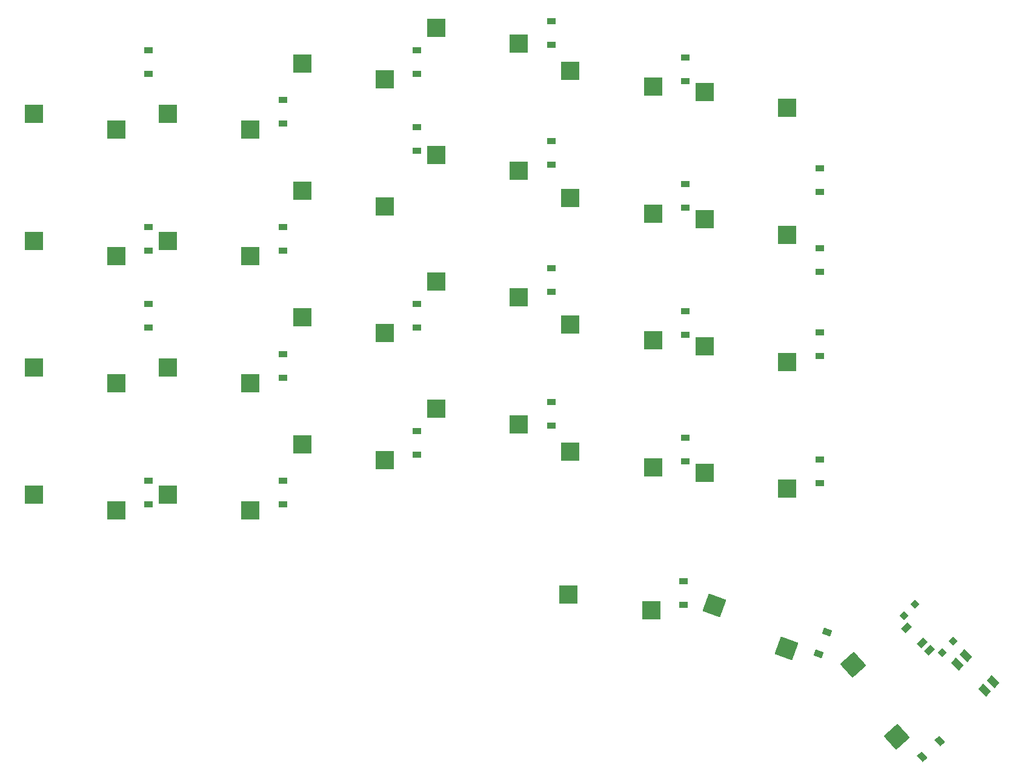
<source format=gbr>
%TF.GenerationSoftware,KiCad,Pcbnew,8.0.7*%
%TF.CreationDate,2024-12-27T12:49:26-06:00*%
%TF.ProjectId,left,6c656674-2e6b-4696-9361-645f70636258,v1.0.0*%
%TF.SameCoordinates,Original*%
%TF.FileFunction,Paste,Bot*%
%TF.FilePolarity,Positive*%
%FSLAX46Y46*%
G04 Gerber Fmt 4.6, Leading zero omitted, Abs format (unit mm)*
G04 Created by KiCad (PCBNEW 8.0.7) date 2024-12-27 12:49:26*
%MOMM*%
%LPD*%
G01*
G04 APERTURE LIST*
G04 Aperture macros list*
%AMRotRect*
0 Rectangle, with rotation*
0 The origin of the aperture is its center*
0 $1 length*
0 $2 width*
0 $3 Rotation angle, in degrees counterclockwise*
0 Add horizontal line*
21,1,$1,$2,0,0,$3*%
G04 Aperture macros list end*
%ADD10RotRect,0.900000X0.900000X316.000000*%
%ADD11RotRect,0.900000X1.250000X316.000000*%
%ADD12R,1.200000X0.900000*%
%ADD13R,2.600000X2.600000*%
%ADD14RotRect,0.900000X1.200000X42.000000*%
%ADD15RotRect,1.550000X1.000000X316.000000*%
%ADD16RotRect,2.600000X2.600000X160.000000*%
%ADD17RotRect,2.600000X2.600000X132.000000*%
%ADD18RotRect,0.900000X1.200000X70.000000*%
G04 APERTURE END LIST*
D10*
%TO.C,T1*%
X214859089Y-169124410D03*
X213330841Y-170706958D03*
X220182203Y-174264882D03*
X218653955Y-175847430D03*
D11*
X213696591Y-172415569D03*
X215854611Y-174499544D03*
X216933620Y-175541531D03*
%TD*%
D12*
%TO.C,D13*%
X182800000Y-131400000D03*
X182800000Y-128100000D03*
%TD*%
D13*
%TO.C,S19*%
X178275000Y-114450000D03*
X166725000Y-112250000D03*
%TD*%
D12*
%TO.C,D14*%
X182800000Y-113650000D03*
X182800000Y-110350000D03*
%TD*%
D13*
%TO.C,S13*%
X159525000Y-143950000D03*
X147975000Y-141750000D03*
%TD*%
D12*
%TO.C,D25*%
X145300000Y-105650000D03*
X145300000Y-102350000D03*
%TD*%
D13*
%TO.C,S18*%
X178275000Y-132200000D03*
X166725000Y-130000000D03*
%TD*%
%TO.C,S1*%
X103275000Y-155950000D03*
X91725000Y-153750000D03*
%TD*%
%TO.C,S9*%
X140775000Y-148950000D03*
X129225000Y-146750000D03*
%TD*%
D12*
%TO.C,D27*%
X164050000Y-90900000D03*
X164050000Y-87600000D03*
%TD*%
D13*
%TO.C,S10*%
X140775000Y-131200000D03*
X129225000Y-129000000D03*
%TD*%
%TO.C,S14*%
X159525000Y-126200000D03*
X147975000Y-124000000D03*
%TD*%
D12*
%TO.C,D1*%
X107800000Y-155150000D03*
X107800000Y-151850000D03*
%TD*%
D13*
%TO.C,S12*%
X140775000Y-95700000D03*
X129225000Y-93500000D03*
%TD*%
%TO.C,S20*%
X178275000Y-96700000D03*
X166725000Y-94500000D03*
%TD*%
%TO.C,S8*%
X122025000Y-102700000D03*
X110475000Y-100500000D03*
%TD*%
%TO.C,S24*%
X197025000Y-99700000D03*
X185475000Y-97500000D03*
%TD*%
D12*
%TO.C,D12*%
X182800000Y-149150000D03*
X182800000Y-145850000D03*
%TD*%
D13*
%TO.C,S23*%
X197025000Y-117450000D03*
X185475000Y-115250000D03*
%TD*%
D12*
%TO.C,D11*%
X164050000Y-107650000D03*
X164050000Y-104350000D03*
%TD*%
%TO.C,D15*%
X182800000Y-95900000D03*
X182800000Y-92600000D03*
%TD*%
D14*
%TO.C,D20*%
X215920612Y-190462676D03*
X218372990Y-188254544D03*
%TD*%
D12*
%TO.C,D22*%
X201550000Y-122650000D03*
X201550000Y-119350000D03*
%TD*%
D13*
%TO.C,S21*%
X197025000Y-152950000D03*
X185475000Y-150750000D03*
%TD*%
D12*
%TO.C,D18*%
X182550000Y-169150000D03*
X182550000Y-165850000D03*
%TD*%
D13*
%TO.C,S5*%
X122025000Y-155950000D03*
X110475000Y-153750000D03*
%TD*%
%TO.C,S15*%
X159525000Y-108450000D03*
X147975000Y-106250000D03*
%TD*%
%TO.C,S22*%
X197025000Y-135200000D03*
X185475000Y-133000000D03*
%TD*%
%TO.C,S7*%
X122025000Y-120450000D03*
X110475000Y-118250000D03*
%TD*%
%TO.C,S6*%
X122025000Y-138200000D03*
X110475000Y-136000000D03*
%TD*%
D12*
%TO.C,D24*%
X107800000Y-94900000D03*
X107800000Y-91600000D03*
%TD*%
%TO.C,D9*%
X145300000Y-94900000D03*
X145300000Y-91600000D03*
%TD*%
D15*
%TO.C,B1*%
X222001092Y-176270915D03*
X225777626Y-179917871D03*
X220820172Y-177493793D03*
X224596706Y-181140749D03*
%TD*%
D12*
%TO.C,D4*%
X126550000Y-137400000D03*
X126550000Y-134100000D03*
%TD*%
D13*
%TO.C,S2*%
X103275000Y-138200000D03*
X91725000Y-136000000D03*
%TD*%
D12*
%TO.C,D3*%
X126550000Y-155150000D03*
X126550000Y-151850000D03*
%TD*%
D13*
%TO.C,S25*%
X178025000Y-169950000D03*
X166475000Y-167750000D03*
%TD*%
D12*
%TO.C,D16*%
X201550000Y-152150000D03*
X201550000Y-148850000D03*
%TD*%
%TO.C,D17*%
X201550000Y-134400000D03*
X201550000Y-131100000D03*
%TD*%
D16*
%TO.C,S26*%
X196912043Y-175272790D03*
X186811038Y-169255134D03*
%TD*%
D13*
%TO.C,S3*%
X103275000Y-120450000D03*
X91725000Y-118250000D03*
%TD*%
D12*
%TO.C,D26*%
X164050000Y-144150000D03*
X164050000Y-140850000D03*
%TD*%
%TO.C,D23*%
X107800000Y-130400000D03*
X107800000Y-127100000D03*
%TD*%
D13*
%TO.C,S17*%
X178275000Y-149950000D03*
X166725000Y-147750000D03*
%TD*%
D12*
%TO.C,D21*%
X201550000Y-111400000D03*
X201550000Y-108100000D03*
%TD*%
%TO.C,D8*%
X145300000Y-130400000D03*
X145300000Y-127100000D03*
%TD*%
%TO.C,D7*%
X145300000Y-148150000D03*
X145300000Y-144850000D03*
%TD*%
D17*
%TO.C,S27*%
X212298280Y-187635249D03*
X206204740Y-177579839D03*
%TD*%
D12*
%TO.C,D10*%
X164050000Y-125400000D03*
X164050000Y-122100000D03*
%TD*%
D13*
%TO.C,S11*%
X140775000Y-113450000D03*
X129225000Y-111250000D03*
%TD*%
D12*
%TO.C,D5*%
X126550000Y-119650000D03*
X126550000Y-116350000D03*
%TD*%
D13*
%TO.C,S4*%
X103275000Y-102700000D03*
X91725000Y-100500000D03*
%TD*%
D18*
%TO.C,D19*%
X201437769Y-176068677D03*
X202566435Y-172967691D03*
%TD*%
D12*
%TO.C,D6*%
X126550000Y-101900000D03*
X126550000Y-98600000D03*
%TD*%
D13*
%TO.C,S16*%
X159525000Y-90700000D03*
X147975000Y-88500000D03*
%TD*%
D12*
%TO.C,D2*%
X107800000Y-119650000D03*
X107800000Y-116350000D03*
%TD*%
M02*

</source>
